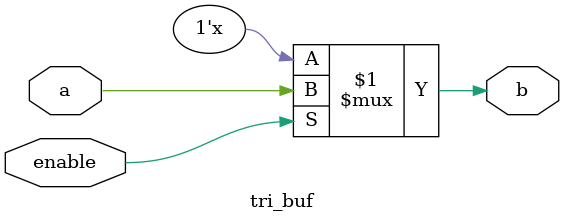
<source format=v>

module dff #( parameter W = 1 )
(
    input trigger,
    input enable,
    input      [W-1:0] d,
    output reg [W-1:0] q
);
    always @(posedge trigger) begin
        if(enable) begin
            q <= d;
        end
    end
endmodule

// JK flip-flop
module jkff1
(
    input trigger,
    input j,
    input k,
    output reg q
);
    always @(posedge trigger) begin
        if(j && ~k) begin
            q <= 1'b1;
        end
        else if(k && ~j) begin
            q <= 1'b0;
        end
        else if(k && j) begin
            q <= ~q;
        end
    end
endmodule

// Two-input MUX with parameterized bit width (default: 1-bit)
module mux2 #( parameter W = 1 )
(
    input[W-1:0]    in0,
    input[W-1:0]    in1,
    input           sel,
    output[W-1:0]   out
);
    // Conditional operator - http://www.verilog.renerta.com/source/vrg00010.htm
    assign out = (sel) ? in1 : in0;
endmodule

module tri_buf
(
    input   a,
    output  b,
    input   enable
);

    assign b = (enable) ? a : 1'bz;

endmodule

</source>
